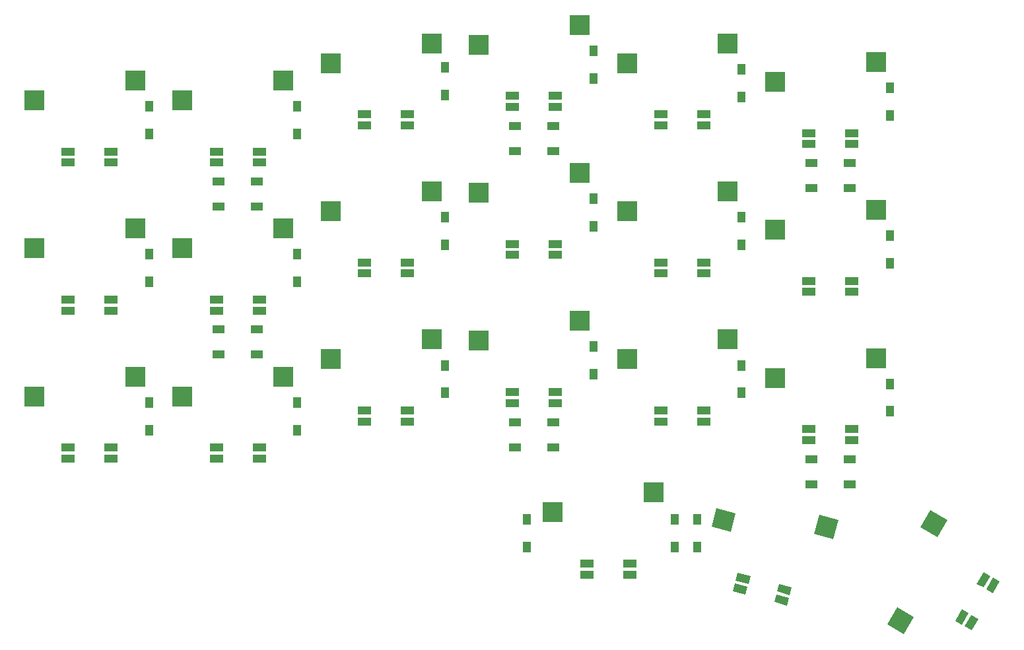
<source format=gbp>
G04 #@! TF.GenerationSoftware,KiCad,Pcbnew,(5.1.10)-1*
G04 #@! TF.CreationDate,2021-11-26T09:54:24+07:00*
G04 #@! TF.ProjectId,corne-cherry,636f726e-652d-4636-9865-7272792e6b69,3.0.1*
G04 #@! TF.SameCoordinates,Original*
G04 #@! TF.FileFunction,Paste,Bot*
G04 #@! TF.FilePolarity,Positive*
%FSLAX46Y46*%
G04 Gerber Fmt 4.6, Leading zero omitted, Abs format (unit mm)*
G04 Created by KiCad (PCBNEW (5.1.10)-1) date 2021-11-26 09:54:24*
%MOMM*%
%LPD*%
G01*
G04 APERTURE LIST*
%ADD10R,1.000000X1.400000*%
%ADD11R,1.500000X1.000000*%
%ADD12C,0.100000*%
%ADD13R,2.550000X2.500000*%
%ADD14R,1.700000X1.000000*%
G04 APERTURE END LIST*
D10*
X103122500Y-41054000D03*
X103122500Y-44604000D03*
X46149500Y-67175875D03*
X46149500Y-70725875D03*
X103122500Y-60054000D03*
X103122500Y-63604000D03*
X116422500Y-82164000D03*
X116422500Y-85714000D03*
X84122500Y-62429000D03*
X84122500Y-65979000D03*
X122122500Y-62429000D03*
X122122500Y-65979000D03*
X113579500Y-82164000D03*
X113579500Y-85714000D03*
X65149500Y-67179000D03*
X65149500Y-70729000D03*
X46149500Y-48175875D03*
X46149500Y-51725875D03*
X65149500Y-48179000D03*
X65149500Y-51729000D03*
X94572500Y-82169000D03*
X94572500Y-85719000D03*
X141122500Y-64804000D03*
X141122500Y-68354000D03*
X141122500Y-45804000D03*
X141122500Y-49354000D03*
X46149500Y-29175875D03*
X46149500Y-32725875D03*
X84122500Y-24179000D03*
X84122500Y-27729000D03*
X103122500Y-22054000D03*
X103122500Y-25604000D03*
X141122500Y-26804000D03*
X141122500Y-30354000D03*
X122122500Y-24429000D03*
X122122500Y-27979000D03*
X65149500Y-29179000D03*
X65149500Y-32729000D03*
X122122500Y-43429000D03*
X122122500Y-46979000D03*
X84122500Y-43429000D03*
X84122500Y-46979000D03*
D11*
X135972500Y-74479000D03*
X135972500Y-77679000D03*
X131072500Y-74479000D03*
X131072500Y-77679000D03*
D12*
G36*
X146349059Y-81000498D02*
G01*
X148514123Y-82250498D01*
X147239123Y-84458862D01*
X145074059Y-83208862D01*
X146349059Y-81000498D01*
G37*
G36*
X142085263Y-93465608D02*
G01*
X144250327Y-94715608D01*
X142975327Y-96923972D01*
X140810263Y-95673972D01*
X142085263Y-93465608D01*
G37*
D11*
X59972500Y-38854000D03*
X59972500Y-42054000D03*
X55072500Y-38854000D03*
X55072500Y-42054000D03*
X59972500Y-57854000D03*
X59972500Y-61054000D03*
X55072500Y-57854000D03*
X55072500Y-61054000D03*
X97972500Y-69729000D03*
X97972500Y-72929000D03*
X93072500Y-69729000D03*
X93072500Y-72929000D03*
X97972500Y-31729000D03*
X97972500Y-34929000D03*
X93072500Y-31729000D03*
X93072500Y-34929000D03*
X135972500Y-36479000D03*
X135972500Y-39679000D03*
X131072500Y-36479000D03*
X131072500Y-39679000D03*
D13*
X139364500Y-42499000D03*
X126437500Y-45039000D03*
X120364500Y-21124000D03*
X107437500Y-23664000D03*
X82364500Y-59124000D03*
X69437500Y-61664000D03*
X63364500Y-44874000D03*
X50437500Y-47414000D03*
X139364500Y-61499000D03*
X126437500Y-64039000D03*
X110864500Y-78749000D03*
X97937500Y-81289000D03*
D12*
G36*
X134535318Y-82306705D02*
G01*
X133888271Y-84721520D01*
X131425160Y-84061531D01*
X132072207Y-81646716D01*
X134535318Y-82306705D01*
G37*
G36*
X121391395Y-81414402D02*
G01*
X120744348Y-83829217D01*
X118281237Y-83169228D01*
X118928284Y-80754413D01*
X121391395Y-81414402D01*
G37*
D13*
X82364500Y-21124000D03*
X69437500Y-23664000D03*
X44364500Y-44874000D03*
X31437500Y-47414000D03*
X101364500Y-18749000D03*
X88437500Y-21289000D03*
X101364500Y-56749000D03*
X88437500Y-59289000D03*
X120364500Y-59124000D03*
X107437500Y-61664000D03*
X82364500Y-40124000D03*
X69437500Y-42664000D03*
X101364500Y-37749000D03*
X88437500Y-40289000D03*
X44364500Y-25874000D03*
X31437500Y-28414000D03*
X120364500Y-40124000D03*
X107437500Y-42664000D03*
X63364500Y-25874000D03*
X50437500Y-28414000D03*
D14*
X60272500Y-54004000D03*
X60272500Y-55404000D03*
X54772500Y-54004000D03*
X54772500Y-55404000D03*
X98272500Y-46879000D03*
X98272500Y-48279000D03*
X92772500Y-46879000D03*
X92772500Y-48279000D03*
X79272500Y-49254000D03*
X79272500Y-50654000D03*
X73772500Y-49254000D03*
X73772500Y-50654000D03*
X117272500Y-30254000D03*
X117272500Y-31654000D03*
X111772500Y-30254000D03*
X111772500Y-31654000D03*
X136272500Y-32629000D03*
X136272500Y-34029000D03*
X130772500Y-32629000D03*
X130772500Y-34029000D03*
X79272500Y-30254000D03*
X79272500Y-31654000D03*
X73772500Y-30254000D03*
X73772500Y-31654000D03*
X117272500Y-49254000D03*
X117272500Y-50654000D03*
X111772500Y-49254000D03*
X111772500Y-50654000D03*
X98272500Y-27879000D03*
X98272500Y-29279000D03*
X92772500Y-27879000D03*
X92772500Y-29279000D03*
X41272500Y-54004000D03*
X41272500Y-55404000D03*
X35772500Y-54004000D03*
X35772500Y-55404000D03*
X136272500Y-51629000D03*
X136272500Y-53029000D03*
X130772500Y-51629000D03*
X130772500Y-53029000D03*
X41272500Y-35004000D03*
X41272500Y-36404000D03*
X35772500Y-35004000D03*
X35772500Y-36404000D03*
D12*
G36*
X126680133Y-91465719D02*
G01*
X126938952Y-90499793D01*
X128581025Y-90939785D01*
X128322206Y-91905711D01*
X126680133Y-91465719D01*
G37*
G36*
X126317787Y-92818015D02*
G01*
X126576606Y-91852089D01*
X128218679Y-92292081D01*
X127959860Y-93258007D01*
X126317787Y-92818015D01*
G37*
G36*
X121367541Y-90042215D02*
G01*
X121626360Y-89076289D01*
X123268433Y-89516281D01*
X123009614Y-90482207D01*
X121367541Y-90042215D01*
G37*
G36*
X121005195Y-91394511D02*
G01*
X121264014Y-90428585D01*
X122906087Y-90868577D01*
X122647268Y-91834503D01*
X121005195Y-91394511D01*
G37*
D14*
X60272500Y-35004000D03*
X60272500Y-36404000D03*
X54772500Y-35004000D03*
X54772500Y-36404000D03*
X41272500Y-73004000D03*
X41272500Y-74404000D03*
X35772500Y-73004000D03*
X35772500Y-74404000D03*
X136272500Y-70629000D03*
X136272500Y-72029000D03*
X130772500Y-70629000D03*
X130772500Y-72029000D03*
X107772500Y-87879000D03*
X107772500Y-89279000D03*
X102272500Y-87879000D03*
X102272500Y-89279000D03*
X60272500Y-73004000D03*
X60272500Y-74404000D03*
X54772500Y-73004000D03*
X54772500Y-74404000D03*
X79272500Y-68254000D03*
X79272500Y-69654000D03*
X73772500Y-68254000D03*
X73772500Y-69654000D03*
X98272500Y-65879000D03*
X98272500Y-67279000D03*
X92772500Y-65879000D03*
X92772500Y-67279000D03*
D12*
G36*
X153162916Y-90958552D02*
G01*
X152296890Y-90458552D01*
X153146890Y-88986308D01*
X154012916Y-89486308D01*
X153162916Y-90958552D01*
G37*
G36*
X154375352Y-91658552D02*
G01*
X153509326Y-91158552D01*
X154359326Y-89686308D01*
X155225352Y-90186308D01*
X154375352Y-91658552D01*
G37*
G36*
X150412916Y-95721692D02*
G01*
X149546890Y-95221692D01*
X150396890Y-93749448D01*
X151262916Y-94249448D01*
X150412916Y-95721692D01*
G37*
G36*
X151625352Y-96421692D02*
G01*
X150759326Y-95921692D01*
X151609326Y-94449448D01*
X152475352Y-94949448D01*
X151625352Y-96421692D01*
G37*
D13*
X44364500Y-63874000D03*
X31437500Y-66414000D03*
X139364500Y-23499000D03*
X126437500Y-26039000D03*
X63364500Y-63874000D03*
X50437500Y-66414000D03*
D14*
X117272500Y-68254000D03*
X117272500Y-69654000D03*
X111772500Y-68254000D03*
X111772500Y-69654000D03*
M02*

</source>
